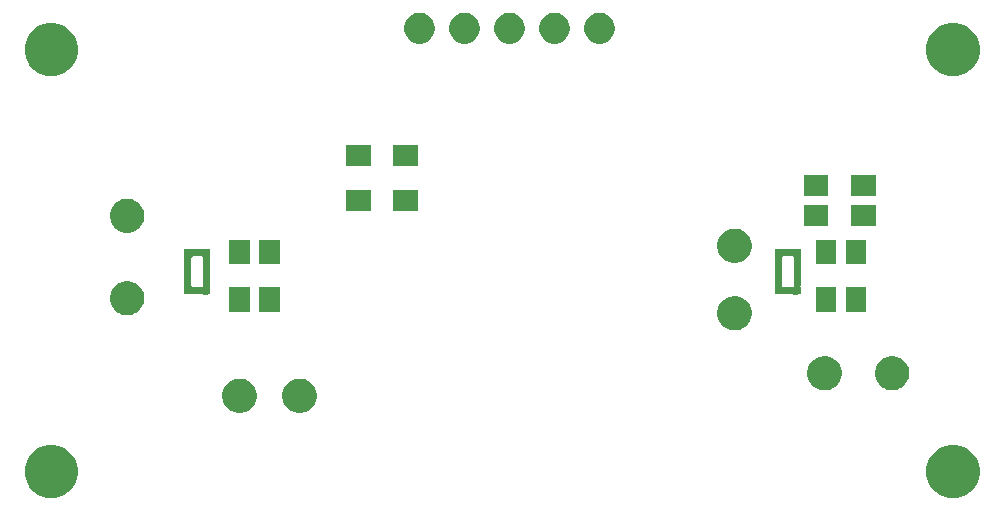
<source format=gbr>
G04 #@! TF.GenerationSoftware,KiCad,Pcbnew,(5.1.5)-2*
G04 #@! TF.CreationDate,2019-12-14T03:39:57+01:00*
G04 #@! TF.ProjectId,tof_sensor,746f665f-7365-46e7-936f-722e6b696361,rev?*
G04 #@! TF.SameCoordinates,Original*
G04 #@! TF.FileFunction,Soldermask,Bot*
G04 #@! TF.FilePolarity,Negative*
%FSLAX46Y46*%
G04 Gerber Fmt 4.6, Leading zero omitted, Abs format (unit mm)*
G04 Created by KiCad (PCBNEW (5.1.5)-2) date 2019-12-14 03:39:57*
%MOMM*%
%LPD*%
G04 APERTURE LIST*
%ADD10C,0.100000*%
G04 APERTURE END LIST*
D10*
G36*
X192760880Y-99439776D02*
G01*
X193141593Y-99515504D01*
X193551249Y-99685189D01*
X193919929Y-99931534D01*
X194233466Y-100245071D01*
X194479811Y-100613751D01*
X194649496Y-101023407D01*
X194736000Y-101458296D01*
X194736000Y-101901704D01*
X194649496Y-102336593D01*
X194479811Y-102746249D01*
X194233466Y-103114929D01*
X193919929Y-103428466D01*
X193551249Y-103674811D01*
X193141593Y-103844496D01*
X192760880Y-103920224D01*
X192706705Y-103931000D01*
X192263295Y-103931000D01*
X192209120Y-103920224D01*
X191828407Y-103844496D01*
X191418751Y-103674811D01*
X191050071Y-103428466D01*
X190736534Y-103114929D01*
X190490189Y-102746249D01*
X190320504Y-102336593D01*
X190234000Y-101901704D01*
X190234000Y-101458296D01*
X190320504Y-101023407D01*
X190490189Y-100613751D01*
X190736534Y-100245071D01*
X191050071Y-99931534D01*
X191418751Y-99685189D01*
X191828407Y-99515504D01*
X192209120Y-99439776D01*
X192263295Y-99429000D01*
X192706705Y-99429000D01*
X192760880Y-99439776D01*
G37*
G36*
X116400880Y-99439776D02*
G01*
X116781593Y-99515504D01*
X117191249Y-99685189D01*
X117559929Y-99931534D01*
X117873466Y-100245071D01*
X118119811Y-100613751D01*
X118289496Y-101023407D01*
X118376000Y-101458296D01*
X118376000Y-101901704D01*
X118289496Y-102336593D01*
X118119811Y-102746249D01*
X117873466Y-103114929D01*
X117559929Y-103428466D01*
X117191249Y-103674811D01*
X116781593Y-103844496D01*
X116400880Y-103920224D01*
X116346705Y-103931000D01*
X115903295Y-103931000D01*
X115849120Y-103920224D01*
X115468407Y-103844496D01*
X115058751Y-103674811D01*
X114690071Y-103428466D01*
X114376534Y-103114929D01*
X114130189Y-102746249D01*
X113960504Y-102336593D01*
X113874000Y-101901704D01*
X113874000Y-101458296D01*
X113960504Y-101023407D01*
X114130189Y-100613751D01*
X114376534Y-100245071D01*
X114690071Y-99931534D01*
X115058751Y-99685189D01*
X115468407Y-99515504D01*
X115849120Y-99439776D01*
X115903295Y-99429000D01*
X116346705Y-99429000D01*
X116400880Y-99439776D01*
G37*
G36*
X137583241Y-93854760D02*
G01*
X137847305Y-93964139D01*
X138084958Y-94122934D01*
X138287066Y-94325042D01*
X138445861Y-94562695D01*
X138555240Y-94826759D01*
X138611000Y-95107088D01*
X138611000Y-95392912D01*
X138555240Y-95673241D01*
X138445861Y-95937305D01*
X138287066Y-96174958D01*
X138084958Y-96377066D01*
X137847305Y-96535861D01*
X137583241Y-96645240D01*
X137302912Y-96701000D01*
X137017088Y-96701000D01*
X136736759Y-96645240D01*
X136472695Y-96535861D01*
X136235042Y-96377066D01*
X136032934Y-96174958D01*
X135874139Y-95937305D01*
X135764760Y-95673241D01*
X135709000Y-95392912D01*
X135709000Y-95107088D01*
X135764760Y-94826759D01*
X135874139Y-94562695D01*
X136032934Y-94325042D01*
X136235042Y-94122934D01*
X136472695Y-93964139D01*
X136736759Y-93854760D01*
X137017088Y-93799000D01*
X137302912Y-93799000D01*
X137583241Y-93854760D01*
G37*
G36*
X132503241Y-93854760D02*
G01*
X132767305Y-93964139D01*
X133004958Y-94122934D01*
X133207066Y-94325042D01*
X133365861Y-94562695D01*
X133475240Y-94826759D01*
X133531000Y-95107088D01*
X133531000Y-95392912D01*
X133475240Y-95673241D01*
X133365861Y-95937305D01*
X133207066Y-96174958D01*
X133004958Y-96377066D01*
X132767305Y-96535861D01*
X132503241Y-96645240D01*
X132222912Y-96701000D01*
X131937088Y-96701000D01*
X131656759Y-96645240D01*
X131392695Y-96535861D01*
X131155042Y-96377066D01*
X130952934Y-96174958D01*
X130794139Y-95937305D01*
X130684760Y-95673241D01*
X130629000Y-95392912D01*
X130629000Y-95107088D01*
X130684760Y-94826759D01*
X130794139Y-94562695D01*
X130952934Y-94325042D01*
X131155042Y-94122934D01*
X131392695Y-93964139D01*
X131656759Y-93854760D01*
X131937088Y-93799000D01*
X132222912Y-93799000D01*
X132503241Y-93854760D01*
G37*
G36*
X182033241Y-91949760D02*
G01*
X182297305Y-92059139D01*
X182534958Y-92217934D01*
X182737066Y-92420042D01*
X182895861Y-92657695D01*
X183005240Y-92921759D01*
X183061000Y-93202088D01*
X183061000Y-93487912D01*
X183005240Y-93768241D01*
X182895861Y-94032305D01*
X182737066Y-94269958D01*
X182534958Y-94472066D01*
X182297305Y-94630861D01*
X182033241Y-94740240D01*
X181752912Y-94796000D01*
X181467088Y-94796000D01*
X181186759Y-94740240D01*
X180922695Y-94630861D01*
X180685042Y-94472066D01*
X180482934Y-94269958D01*
X180324139Y-94032305D01*
X180214760Y-93768241D01*
X180159000Y-93487912D01*
X180159000Y-93202088D01*
X180214760Y-92921759D01*
X180324139Y-92657695D01*
X180482934Y-92420042D01*
X180685042Y-92217934D01*
X180922695Y-92059139D01*
X181186759Y-91949760D01*
X181467088Y-91894000D01*
X181752912Y-91894000D01*
X182033241Y-91949760D01*
G37*
G36*
X187748241Y-91949760D02*
G01*
X188012305Y-92059139D01*
X188249958Y-92217934D01*
X188452066Y-92420042D01*
X188610861Y-92657695D01*
X188720240Y-92921759D01*
X188776000Y-93202088D01*
X188776000Y-93487912D01*
X188720240Y-93768241D01*
X188610861Y-94032305D01*
X188452066Y-94269958D01*
X188249958Y-94472066D01*
X188012305Y-94630861D01*
X187748241Y-94740240D01*
X187467912Y-94796000D01*
X187182088Y-94796000D01*
X186901759Y-94740240D01*
X186637695Y-94630861D01*
X186400042Y-94472066D01*
X186197934Y-94269958D01*
X186039139Y-94032305D01*
X185929760Y-93768241D01*
X185874000Y-93487912D01*
X185874000Y-93202088D01*
X185929760Y-92921759D01*
X186039139Y-92657695D01*
X186197934Y-92420042D01*
X186400042Y-92217934D01*
X186637695Y-92059139D01*
X186901759Y-91949760D01*
X187182088Y-91894000D01*
X187467912Y-91894000D01*
X187748241Y-91949760D01*
G37*
G36*
X174413241Y-86869760D02*
G01*
X174677305Y-86979139D01*
X174914958Y-87137934D01*
X175117066Y-87340042D01*
X175275861Y-87577695D01*
X175385240Y-87841759D01*
X175441000Y-88122088D01*
X175441000Y-88407912D01*
X175385240Y-88688241D01*
X175275861Y-88952305D01*
X175117066Y-89189958D01*
X174914958Y-89392066D01*
X174677305Y-89550861D01*
X174413241Y-89660240D01*
X174132912Y-89716000D01*
X173847088Y-89716000D01*
X173566759Y-89660240D01*
X173302695Y-89550861D01*
X173065042Y-89392066D01*
X172862934Y-89189958D01*
X172704139Y-88952305D01*
X172594760Y-88688241D01*
X172539000Y-88407912D01*
X172539000Y-88122088D01*
X172594760Y-87841759D01*
X172704139Y-87577695D01*
X172862934Y-87340042D01*
X173065042Y-87137934D01*
X173302695Y-86979139D01*
X173566759Y-86869760D01*
X173847088Y-86814000D01*
X174132912Y-86814000D01*
X174413241Y-86869760D01*
G37*
G36*
X122978241Y-85599760D02*
G01*
X123242305Y-85709139D01*
X123479958Y-85867934D01*
X123682066Y-86070042D01*
X123840861Y-86307695D01*
X123950240Y-86571759D01*
X124006000Y-86852088D01*
X124006000Y-87137912D01*
X123950240Y-87418241D01*
X123840861Y-87682305D01*
X123682066Y-87919958D01*
X123479958Y-88122066D01*
X123242305Y-88280861D01*
X122978241Y-88390240D01*
X122697912Y-88446000D01*
X122412088Y-88446000D01*
X122131759Y-88390240D01*
X121867695Y-88280861D01*
X121630042Y-88122066D01*
X121427934Y-87919958D01*
X121269139Y-87682305D01*
X121159760Y-87418241D01*
X121104000Y-87137912D01*
X121104000Y-86852088D01*
X121159760Y-86571759D01*
X121269139Y-86307695D01*
X121427934Y-86070042D01*
X121630042Y-85867934D01*
X121867695Y-85709139D01*
X122131759Y-85599760D01*
X122412088Y-85544000D01*
X122697912Y-85544000D01*
X122978241Y-85599760D01*
G37*
G36*
X185161000Y-88141000D02*
G01*
X183459000Y-88141000D01*
X183459000Y-86039000D01*
X185161000Y-86039000D01*
X185161000Y-88141000D01*
G37*
G36*
X182621000Y-88141000D02*
G01*
X180919000Y-88141000D01*
X180919000Y-86039000D01*
X182621000Y-86039000D01*
X182621000Y-88141000D01*
G37*
G36*
X132931000Y-88141000D02*
G01*
X131229000Y-88141000D01*
X131229000Y-86039000D01*
X132931000Y-86039000D01*
X132931000Y-88141000D01*
G37*
G36*
X135471000Y-88141000D02*
G01*
X133769000Y-88141000D01*
X133769000Y-86039000D01*
X135471000Y-86039000D01*
X135471000Y-88141000D01*
G37*
G36*
X129606000Y-85886555D02*
G01*
X129592528Y-85897611D01*
X129576983Y-85916553D01*
X129565432Y-85938164D01*
X129558319Y-85961613D01*
X129555917Y-85985999D01*
X129558319Y-86010385D01*
X129565432Y-86033834D01*
X129584289Y-86065296D01*
X129597610Y-86081528D01*
X129602348Y-86090392D01*
X129605263Y-86100001D01*
X129606852Y-86116140D01*
X129606852Y-86603860D01*
X129605263Y-86619999D01*
X129602348Y-86629608D01*
X129597610Y-86638472D01*
X129591237Y-86646237D01*
X129583472Y-86652610D01*
X129574608Y-86657348D01*
X129564999Y-86660263D01*
X129548860Y-86661852D01*
X129452795Y-86661852D01*
X129428409Y-86664254D01*
X129404960Y-86671367D01*
X129383349Y-86682918D01*
X129364407Y-86698463D01*
X129355643Y-86709142D01*
X129355418Y-86708957D01*
X129341237Y-86726237D01*
X129333472Y-86732610D01*
X129324608Y-86737348D01*
X129314999Y-86740263D01*
X129298860Y-86741852D01*
X129061140Y-86741852D01*
X129045001Y-86740263D01*
X129035392Y-86737348D01*
X129026528Y-86732610D01*
X129018763Y-86726237D01*
X129006197Y-86710925D01*
X129003369Y-86706693D01*
X128986040Y-86689368D01*
X128965665Y-86675755D01*
X128943026Y-86666380D01*
X128906749Y-86661000D01*
X127404000Y-86661000D01*
X127404000Y-83585999D01*
X128006000Y-83585999D01*
X128006000Y-85934001D01*
X128008402Y-85958387D01*
X128015515Y-85981836D01*
X128027066Y-86003447D01*
X128042611Y-86022389D01*
X128061553Y-86037934D01*
X128083164Y-86049485D01*
X128106613Y-86056598D01*
X128130999Y-86059000D01*
X128879001Y-86059000D01*
X128903387Y-86056598D01*
X128926836Y-86049485D01*
X128948447Y-86037934D01*
X128967389Y-86022389D01*
X128982934Y-86003447D01*
X128994485Y-85981836D01*
X129001598Y-85958387D01*
X129004000Y-85934001D01*
X129004000Y-83585999D01*
X129001598Y-83561613D01*
X128994485Y-83538164D01*
X128982934Y-83516553D01*
X128967389Y-83497611D01*
X128948447Y-83482066D01*
X128926836Y-83470515D01*
X128903387Y-83463402D01*
X128879001Y-83461000D01*
X128130999Y-83461000D01*
X128106613Y-83463402D01*
X128083164Y-83470515D01*
X128061553Y-83482066D01*
X128042611Y-83497611D01*
X128027066Y-83516553D01*
X128015515Y-83538164D01*
X128008402Y-83561613D01*
X128006000Y-83585999D01*
X127404000Y-83585999D01*
X127404000Y-82859000D01*
X129606000Y-82859000D01*
X129606000Y-85886555D01*
G37*
G36*
X179606000Y-85886555D02*
G01*
X179592528Y-85897611D01*
X179576983Y-85916553D01*
X179565432Y-85938164D01*
X179558319Y-85961613D01*
X179555917Y-85985999D01*
X179558319Y-86010385D01*
X179565432Y-86033834D01*
X179584289Y-86065296D01*
X179597610Y-86081528D01*
X179602348Y-86090392D01*
X179605263Y-86100001D01*
X179606852Y-86116140D01*
X179606852Y-86603860D01*
X179605263Y-86619999D01*
X179602348Y-86629608D01*
X179597610Y-86638472D01*
X179591237Y-86646237D01*
X179583472Y-86652610D01*
X179574608Y-86657348D01*
X179564999Y-86660263D01*
X179548860Y-86661852D01*
X179452795Y-86661852D01*
X179428409Y-86664254D01*
X179404960Y-86671367D01*
X179383349Y-86682918D01*
X179364407Y-86698463D01*
X179355643Y-86709142D01*
X179355418Y-86708957D01*
X179341237Y-86726237D01*
X179333472Y-86732610D01*
X179324608Y-86737348D01*
X179314999Y-86740263D01*
X179298860Y-86741852D01*
X179061140Y-86741852D01*
X179045001Y-86740263D01*
X179035392Y-86737348D01*
X179026528Y-86732610D01*
X179018763Y-86726237D01*
X179006197Y-86710925D01*
X179003369Y-86706693D01*
X178986040Y-86689368D01*
X178965665Y-86675755D01*
X178943026Y-86666380D01*
X178906749Y-86661000D01*
X177404000Y-86661000D01*
X177404000Y-83585999D01*
X178006000Y-83585999D01*
X178006000Y-85934001D01*
X178008402Y-85958387D01*
X178015515Y-85981836D01*
X178027066Y-86003447D01*
X178042611Y-86022389D01*
X178061553Y-86037934D01*
X178083164Y-86049485D01*
X178106613Y-86056598D01*
X178130999Y-86059000D01*
X178879001Y-86059000D01*
X178903387Y-86056598D01*
X178926836Y-86049485D01*
X178948447Y-86037934D01*
X178967389Y-86022389D01*
X178982934Y-86003447D01*
X178994485Y-85981836D01*
X179001598Y-85958387D01*
X179004000Y-85934001D01*
X179004000Y-83585999D01*
X179001598Y-83561613D01*
X178994485Y-83538164D01*
X178982934Y-83516553D01*
X178967389Y-83497611D01*
X178948447Y-83482066D01*
X178926836Y-83470515D01*
X178903387Y-83463402D01*
X178879001Y-83461000D01*
X178130999Y-83461000D01*
X178106613Y-83463402D01*
X178083164Y-83470515D01*
X178061553Y-83482066D01*
X178042611Y-83497611D01*
X178027066Y-83516553D01*
X178015515Y-83538164D01*
X178008402Y-83561613D01*
X178006000Y-83585999D01*
X177404000Y-83585999D01*
X177404000Y-82859000D01*
X179606000Y-82859000D01*
X179606000Y-85886555D01*
G37*
G36*
X132931000Y-84141000D02*
G01*
X131229000Y-84141000D01*
X131229000Y-82039000D01*
X132931000Y-82039000D01*
X132931000Y-84141000D01*
G37*
G36*
X135471000Y-84141000D02*
G01*
X133769000Y-84141000D01*
X133769000Y-82039000D01*
X135471000Y-82039000D01*
X135471000Y-84141000D01*
G37*
G36*
X185161000Y-84141000D02*
G01*
X183459000Y-84141000D01*
X183459000Y-82039000D01*
X185161000Y-82039000D01*
X185161000Y-84141000D01*
G37*
G36*
X182621000Y-84141000D02*
G01*
X180919000Y-84141000D01*
X180919000Y-82039000D01*
X182621000Y-82039000D01*
X182621000Y-84141000D01*
G37*
G36*
X174413241Y-81154760D02*
G01*
X174677305Y-81264139D01*
X174914958Y-81422934D01*
X175117066Y-81625042D01*
X175275861Y-81862695D01*
X175385240Y-82126759D01*
X175441000Y-82407088D01*
X175441000Y-82692912D01*
X175385240Y-82973241D01*
X175275861Y-83237305D01*
X175117066Y-83474958D01*
X174914958Y-83677066D01*
X174677305Y-83835861D01*
X174413241Y-83945240D01*
X174132912Y-84001000D01*
X173847088Y-84001000D01*
X173566759Y-83945240D01*
X173302695Y-83835861D01*
X173065042Y-83677066D01*
X172862934Y-83474958D01*
X172704139Y-83237305D01*
X172594760Y-82973241D01*
X172539000Y-82692912D01*
X172539000Y-82407088D01*
X172594760Y-82126759D01*
X172704139Y-81862695D01*
X172862934Y-81625042D01*
X173065042Y-81422934D01*
X173302695Y-81264139D01*
X173566759Y-81154760D01*
X173847088Y-81099000D01*
X174132912Y-81099000D01*
X174413241Y-81154760D01*
G37*
G36*
X122978241Y-78614760D02*
G01*
X123242305Y-78724139D01*
X123479958Y-78882934D01*
X123682066Y-79085042D01*
X123840861Y-79322695D01*
X123950240Y-79586759D01*
X124006000Y-79867088D01*
X124006000Y-80152912D01*
X123950240Y-80433241D01*
X123840861Y-80697305D01*
X123682066Y-80934958D01*
X123479958Y-81137066D01*
X123242305Y-81295861D01*
X122978241Y-81405240D01*
X122697912Y-81461000D01*
X122412088Y-81461000D01*
X122131759Y-81405240D01*
X121867695Y-81295861D01*
X121630042Y-81137066D01*
X121427934Y-80934958D01*
X121269139Y-80697305D01*
X121159760Y-80433241D01*
X121104000Y-80152912D01*
X121104000Y-79867088D01*
X121159760Y-79586759D01*
X121269139Y-79322695D01*
X121427934Y-79085042D01*
X121630042Y-78882934D01*
X121867695Y-78724139D01*
X122131759Y-78614760D01*
X122412088Y-78559000D01*
X122697912Y-78559000D01*
X122978241Y-78614760D01*
G37*
G36*
X185931000Y-80911000D02*
G01*
X183829000Y-80911000D01*
X183829000Y-79109000D01*
X185931000Y-79109000D01*
X185931000Y-80911000D01*
G37*
G36*
X181931000Y-80911000D02*
G01*
X179829000Y-80911000D01*
X179829000Y-79109000D01*
X181931000Y-79109000D01*
X181931000Y-80911000D01*
G37*
G36*
X147196000Y-79641000D02*
G01*
X145094000Y-79641000D01*
X145094000Y-77839000D01*
X147196000Y-77839000D01*
X147196000Y-79641000D01*
G37*
G36*
X143196000Y-79641000D02*
G01*
X141094000Y-79641000D01*
X141094000Y-77839000D01*
X143196000Y-77839000D01*
X143196000Y-79641000D01*
G37*
G36*
X181931000Y-78371000D02*
G01*
X179829000Y-78371000D01*
X179829000Y-76569000D01*
X181931000Y-76569000D01*
X181931000Y-78371000D01*
G37*
G36*
X185931000Y-78371000D02*
G01*
X183829000Y-78371000D01*
X183829000Y-76569000D01*
X185931000Y-76569000D01*
X185931000Y-78371000D01*
G37*
G36*
X143196000Y-75831000D02*
G01*
X141094000Y-75831000D01*
X141094000Y-74029000D01*
X143196000Y-74029000D01*
X143196000Y-75831000D01*
G37*
G36*
X147196000Y-75831000D02*
G01*
X145094000Y-75831000D01*
X145094000Y-74029000D01*
X147196000Y-74029000D01*
X147196000Y-75831000D01*
G37*
G36*
X192760880Y-63719776D02*
G01*
X193141593Y-63795504D01*
X193551249Y-63965189D01*
X193919929Y-64211534D01*
X194233466Y-64525071D01*
X194479811Y-64893751D01*
X194649496Y-65303407D01*
X194736000Y-65738296D01*
X194736000Y-66181704D01*
X194649496Y-66616593D01*
X194479811Y-67026249D01*
X194233466Y-67394929D01*
X193919929Y-67708466D01*
X193551249Y-67954811D01*
X193141593Y-68124496D01*
X192760880Y-68200224D01*
X192706705Y-68211000D01*
X192263295Y-68211000D01*
X192209120Y-68200224D01*
X191828407Y-68124496D01*
X191418751Y-67954811D01*
X191050071Y-67708466D01*
X190736534Y-67394929D01*
X190490189Y-67026249D01*
X190320504Y-66616593D01*
X190234000Y-66181704D01*
X190234000Y-65738296D01*
X190320504Y-65303407D01*
X190490189Y-64893751D01*
X190736534Y-64525071D01*
X191050071Y-64211534D01*
X191418751Y-63965189D01*
X191828407Y-63795504D01*
X192209120Y-63719776D01*
X192263295Y-63709000D01*
X192706705Y-63709000D01*
X192760880Y-63719776D01*
G37*
G36*
X116400880Y-63719776D02*
G01*
X116781593Y-63795504D01*
X117191249Y-63965189D01*
X117559929Y-64211534D01*
X117873466Y-64525071D01*
X118119811Y-64893751D01*
X118289496Y-65303407D01*
X118376000Y-65738296D01*
X118376000Y-66181704D01*
X118289496Y-66616593D01*
X118119811Y-67026249D01*
X117873466Y-67394929D01*
X117559929Y-67708466D01*
X117191249Y-67954811D01*
X116781593Y-68124496D01*
X116400880Y-68200224D01*
X116346705Y-68211000D01*
X115903295Y-68211000D01*
X115849120Y-68200224D01*
X115468407Y-68124496D01*
X115058751Y-67954811D01*
X114690071Y-67708466D01*
X114376534Y-67394929D01*
X114130189Y-67026249D01*
X113960504Y-66616593D01*
X113874000Y-66181704D01*
X113874000Y-65738296D01*
X113960504Y-65303407D01*
X114130189Y-64893751D01*
X114376534Y-64525071D01*
X114690071Y-64211534D01*
X115058751Y-63965189D01*
X115468407Y-63795504D01*
X115849120Y-63719776D01*
X115903295Y-63709000D01*
X116346705Y-63709000D01*
X116400880Y-63719776D01*
G37*
G36*
X162939393Y-62884304D02*
G01*
X163176101Y-62982352D01*
X163176103Y-62982353D01*
X163389135Y-63124696D01*
X163570304Y-63305865D01*
X163712647Y-63518897D01*
X163712648Y-63518899D01*
X163810696Y-63755607D01*
X163860680Y-64006893D01*
X163860680Y-64263107D01*
X163810696Y-64514393D01*
X163735641Y-64695590D01*
X163712647Y-64751103D01*
X163570304Y-64964135D01*
X163389135Y-65145304D01*
X163176103Y-65287647D01*
X163176102Y-65287648D01*
X163176101Y-65287648D01*
X162939393Y-65385696D01*
X162688107Y-65435680D01*
X162431893Y-65435680D01*
X162180607Y-65385696D01*
X161943899Y-65287648D01*
X161943898Y-65287648D01*
X161943897Y-65287647D01*
X161730865Y-65145304D01*
X161549696Y-64964135D01*
X161407353Y-64751103D01*
X161384359Y-64695590D01*
X161309304Y-64514393D01*
X161259320Y-64263107D01*
X161259320Y-64006893D01*
X161309304Y-63755607D01*
X161407352Y-63518899D01*
X161407353Y-63518897D01*
X161549696Y-63305865D01*
X161730865Y-63124696D01*
X161943897Y-62982353D01*
X161943899Y-62982352D01*
X162180607Y-62884304D01*
X162431893Y-62834320D01*
X162688107Y-62834320D01*
X162939393Y-62884304D01*
G37*
G36*
X159129393Y-62884304D02*
G01*
X159366101Y-62982352D01*
X159366103Y-62982353D01*
X159579135Y-63124696D01*
X159760304Y-63305865D01*
X159902647Y-63518897D01*
X159902648Y-63518899D01*
X160000696Y-63755607D01*
X160050680Y-64006893D01*
X160050680Y-64263107D01*
X160000696Y-64514393D01*
X159925641Y-64695590D01*
X159902647Y-64751103D01*
X159760304Y-64964135D01*
X159579135Y-65145304D01*
X159366103Y-65287647D01*
X159366102Y-65287648D01*
X159366101Y-65287648D01*
X159129393Y-65385696D01*
X158878107Y-65435680D01*
X158621893Y-65435680D01*
X158370607Y-65385696D01*
X158133899Y-65287648D01*
X158133898Y-65287648D01*
X158133897Y-65287647D01*
X157920865Y-65145304D01*
X157739696Y-64964135D01*
X157597353Y-64751103D01*
X157574359Y-64695590D01*
X157499304Y-64514393D01*
X157449320Y-64263107D01*
X157449320Y-64006893D01*
X157499304Y-63755607D01*
X157597352Y-63518899D01*
X157597353Y-63518897D01*
X157739696Y-63305865D01*
X157920865Y-63124696D01*
X158133897Y-62982353D01*
X158133899Y-62982352D01*
X158370607Y-62884304D01*
X158621893Y-62834320D01*
X158878107Y-62834320D01*
X159129393Y-62884304D01*
G37*
G36*
X155319393Y-62884304D02*
G01*
X155556101Y-62982352D01*
X155556103Y-62982353D01*
X155769135Y-63124696D01*
X155950304Y-63305865D01*
X156092647Y-63518897D01*
X156092648Y-63518899D01*
X156190696Y-63755607D01*
X156240680Y-64006893D01*
X156240680Y-64263107D01*
X156190696Y-64514393D01*
X156115641Y-64695590D01*
X156092647Y-64751103D01*
X155950304Y-64964135D01*
X155769135Y-65145304D01*
X155556103Y-65287647D01*
X155556102Y-65287648D01*
X155556101Y-65287648D01*
X155319393Y-65385696D01*
X155068107Y-65435680D01*
X154811893Y-65435680D01*
X154560607Y-65385696D01*
X154323899Y-65287648D01*
X154323898Y-65287648D01*
X154323897Y-65287647D01*
X154110865Y-65145304D01*
X153929696Y-64964135D01*
X153787353Y-64751103D01*
X153764359Y-64695590D01*
X153689304Y-64514393D01*
X153639320Y-64263107D01*
X153639320Y-64006893D01*
X153689304Y-63755607D01*
X153787352Y-63518899D01*
X153787353Y-63518897D01*
X153929696Y-63305865D01*
X154110865Y-63124696D01*
X154323897Y-62982353D01*
X154323899Y-62982352D01*
X154560607Y-62884304D01*
X154811893Y-62834320D01*
X155068107Y-62834320D01*
X155319393Y-62884304D01*
G37*
G36*
X151509393Y-62884304D02*
G01*
X151746101Y-62982352D01*
X151746103Y-62982353D01*
X151959135Y-63124696D01*
X152140304Y-63305865D01*
X152282647Y-63518897D01*
X152282648Y-63518899D01*
X152380696Y-63755607D01*
X152430680Y-64006893D01*
X152430680Y-64263107D01*
X152380696Y-64514393D01*
X152305641Y-64695590D01*
X152282647Y-64751103D01*
X152140304Y-64964135D01*
X151959135Y-65145304D01*
X151746103Y-65287647D01*
X151746102Y-65287648D01*
X151746101Y-65287648D01*
X151509393Y-65385696D01*
X151258107Y-65435680D01*
X151001893Y-65435680D01*
X150750607Y-65385696D01*
X150513899Y-65287648D01*
X150513898Y-65287648D01*
X150513897Y-65287647D01*
X150300865Y-65145304D01*
X150119696Y-64964135D01*
X149977353Y-64751103D01*
X149954359Y-64695590D01*
X149879304Y-64514393D01*
X149829320Y-64263107D01*
X149829320Y-64006893D01*
X149879304Y-63755607D01*
X149977352Y-63518899D01*
X149977353Y-63518897D01*
X150119696Y-63305865D01*
X150300865Y-63124696D01*
X150513897Y-62982353D01*
X150513899Y-62982352D01*
X150750607Y-62884304D01*
X151001893Y-62834320D01*
X151258107Y-62834320D01*
X151509393Y-62884304D01*
G37*
G36*
X147699393Y-62884304D02*
G01*
X147936101Y-62982352D01*
X147936103Y-62982353D01*
X148149135Y-63124696D01*
X148330304Y-63305865D01*
X148472647Y-63518897D01*
X148472648Y-63518899D01*
X148570696Y-63755607D01*
X148620680Y-64006893D01*
X148620680Y-64263107D01*
X148570696Y-64514393D01*
X148495641Y-64695590D01*
X148472647Y-64751103D01*
X148330304Y-64964135D01*
X148149135Y-65145304D01*
X147936103Y-65287647D01*
X147936102Y-65287648D01*
X147936101Y-65287648D01*
X147699393Y-65385696D01*
X147448107Y-65435680D01*
X147191893Y-65435680D01*
X146940607Y-65385696D01*
X146703899Y-65287648D01*
X146703898Y-65287648D01*
X146703897Y-65287647D01*
X146490865Y-65145304D01*
X146309696Y-64964135D01*
X146167353Y-64751103D01*
X146144359Y-64695590D01*
X146069304Y-64514393D01*
X146019320Y-64263107D01*
X146019320Y-64006893D01*
X146069304Y-63755607D01*
X146167352Y-63518899D01*
X146167353Y-63518897D01*
X146309696Y-63305865D01*
X146490865Y-63124696D01*
X146703897Y-62982353D01*
X146703899Y-62982352D01*
X146940607Y-62884304D01*
X147191893Y-62834320D01*
X147448107Y-62834320D01*
X147699393Y-62884304D01*
G37*
M02*

</source>
